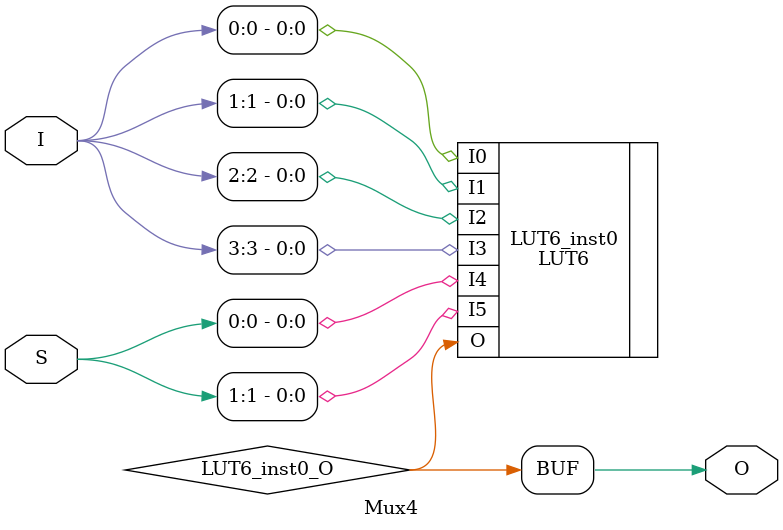
<source format=v>
module Mux4 (input [3:0] I, input [1:0] S, output  O);
wire  LUT6_inst0_O;
LUT6 #(.INIT(64'hFF00F0F0CCCCAAAA)) LUT6_inst0 (.I0(I[0]), .I1(I[1]), .I2(I[2]), .I3(I[3]), .I4(S[0]), .I5(S[1]), .O(LUT6_inst0_O));
assign O = LUT6_inst0_O;
endmodule


</source>
